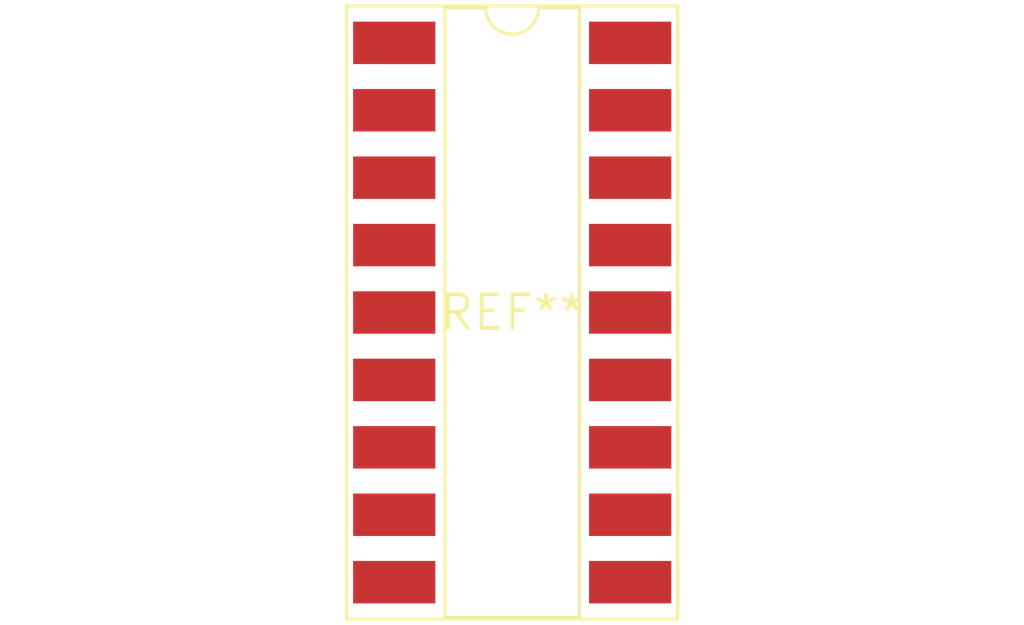
<source format=kicad_pcb>
(kicad_pcb (version 20240108) (generator pcbnew)
  (layers (0 "F.Cu" signal) (31 "B.Cu" signal) (34 "B.Paste" user) (35 "F.Paste" user) (36 "B.SilkS" user "B.Silkscreen") (37 "F.SilkS" user "F.Silkscreen") (38 "B.Mask" user) (39 "F.Mask" user) (44 "Edge.Cuts" user))
  (net 0 "")
  (footprint "DIP-18_W8.89mm_SMDSocket_LongPads" (layer "F.Cu") (at 0 0)
    (property "Reference" "REF**")
    (property "Value" "DIP-18_W8.89mm_SMDSocket_LongPads")
    (fp_line (start -6.235 -11.55) (end -6.235 11.55) (layer "F.SilkS") (stroke (width 0.12)))
    (fp_line (start -6.235 11.55) (end 6.235 11.55) (layer "F.SilkS") (stroke (width 0.12)))
    (fp_line (start -2.535 -11.49) (end -2.535 11.49) (layer "F.SilkS") (stroke (width 0.12)))
    (fp_line (start -2.535 11.49) (end 2.535 11.49) (layer "F.SilkS") (stroke (width 0.12)))
    (fp_line (start -1 -11.49) (end -2.535 -11.49) (layer "F.SilkS") (stroke (width 0.12)))
    (fp_line (start 2.535 -11.49) (end 1 -11.49) (layer "F.SilkS") (stroke (width 0.12)))
    (fp_line (start 2.535 11.49) (end 2.535 -11.49) (layer "F.SilkS") (stroke (width 0.12)))
    (fp_line (start 6.235 -11.55) (end -6.235 -11.55) (layer "F.SilkS") (stroke (width 0.12)))
    (fp_line (start 6.235 11.55) (end 6.235 -11.55) (layer "F.SilkS") (stroke (width 0.12)))
    (fp_arc (start 1 -11.49) (mid 0 -10.49) (end -1 -11.49) (layer "F.SilkS") (stroke (width 0.12)))
    (pad "1" smd rect (at -4.445 -10.16) (size 3.1 1.6) (layers "F.Cu" "F.Paste" "F.Mask"))
    (pad "2" smd rect (at -4.445 -7.62) (size 3.1 1.6) (layers "F.Cu" "F.Paste" "F.Mask"))
    (pad "3" smd rect (at -4.445 -5.08) (size 3.1 1.6) (layers "F.Cu" "F.Paste" "F.Mask"))
    (pad "4" smd rect (at -4.445 -2.54) (size 3.1 1.6) (layers "F.Cu" "F.Paste" "F.Mask"))
    (pad "5" smd rect (at -4.445 0) (size 3.1 1.6) (layers "F.Cu" "F.Paste" "F.Mask"))
    (pad "6" smd rect (at -4.445 2.54) (size 3.1 1.6) (layers "F.Cu" "F.Paste" "F.Mask"))
    (pad "7" smd rect (at -4.445 5.08) (size 3.1 1.6) (layers "F.Cu" "F.Paste" "F.Mask"))
    (pad "8" smd rect (at -4.445 7.62) (size 3.1 1.6) (layers "F.Cu" "F.Paste" "F.Mask"))
    (pad "9" smd rect (at -4.445 10.16) (size 3.1 1.6) (layers "F.Cu" "F.Paste" "F.Mask"))
    (pad "10" smd rect (at 4.445 10.16) (size 3.1 1.6) (layers "F.Cu" "F.Paste" "F.Mask"))
    (pad "11" smd rect (at 4.445 7.62) (size 3.1 1.6) (layers "F.Cu" "F.Paste" "F.Mask"))
    (pad "12" smd rect (at 4.445 5.08) (size 3.1 1.6) (layers "F.Cu" "F.Paste" "F.Mask"))
    (pad "13" smd rect (at 4.445 2.54) (size 3.1 1.6) (layers "F.Cu" "F.Paste" "F.Mask"))
    (pad "14" smd rect (at 4.445 0) (size 3.1 1.6) (layers "F.Cu" "F.Paste" "F.Mask"))
    (pad "15" smd rect (at 4.445 -2.54) (size 3.1 1.6) (layers "F.Cu" "F.Paste" "F.Mask"))
    (pad "16" smd rect (at 4.445 -5.08) (size 3.1 1.6) (layers "F.Cu" "F.Paste" "F.Mask"))
    (pad "17" smd rect (at 4.445 -7.62) (size 3.1 1.6) (layers "F.Cu" "F.Paste" "F.Mask"))
    (pad "18" smd rect (at 4.445 -10.16) (size 3.1 1.6) (layers "F.Cu" "F.Paste" "F.Mask"))
  )
)
</source>
